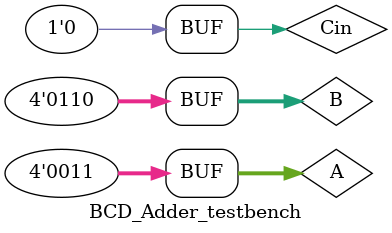
<source format=v>
`timescale 1ns / 1ps


module BCD_Adder_testbench;
    reg [3:0]A,B;
    reg Cin;
    wire [3:0]Sum;
    wire Carry;
    BCD_Adder_design dut(A,B,Cin,Sum,Carry);
        initial begin
            A=4'd5; B=4'd9; Cin=1; #10;
            A=4'd1; B=4'd6; Cin=0; #10;
            A=4'd3; B=4'd8; Cin=1; #10;
            A=4'd3; B=4'd6; Cin=0; #10;
            A=4'd8; B=4'd9; Cin=0; #10;
            A=4'd2; B=4'd6; Cin=1; #10;
            A=4'd7; B=4'd8; Cin=1; #10;
            A=4'd4; B=4'd4; Cin=0; #10;
            A=4'd5; B=4'd7; Cin=0; #10;
            A=4'd3; B=4'd5; Cin=0; #10;
            A=4'd9; B=4'd6; Cin=0; #10;
            A=4'd3; B=4'd6; Cin=0; #10;
        end
endmodule

</source>
